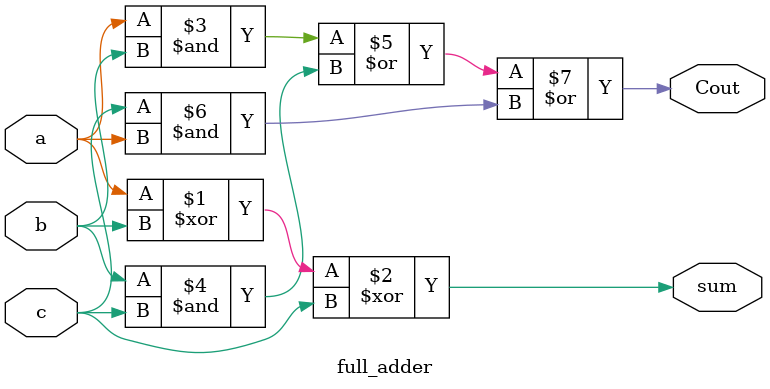
<source format=sv>
module full_adder(
   input a,
   input b,
   input c,
   output sum,
   output Cout);

assign sum=a^b^c;
  assign Cout=(a&b|b&c|c&a);

endmodule

</source>
